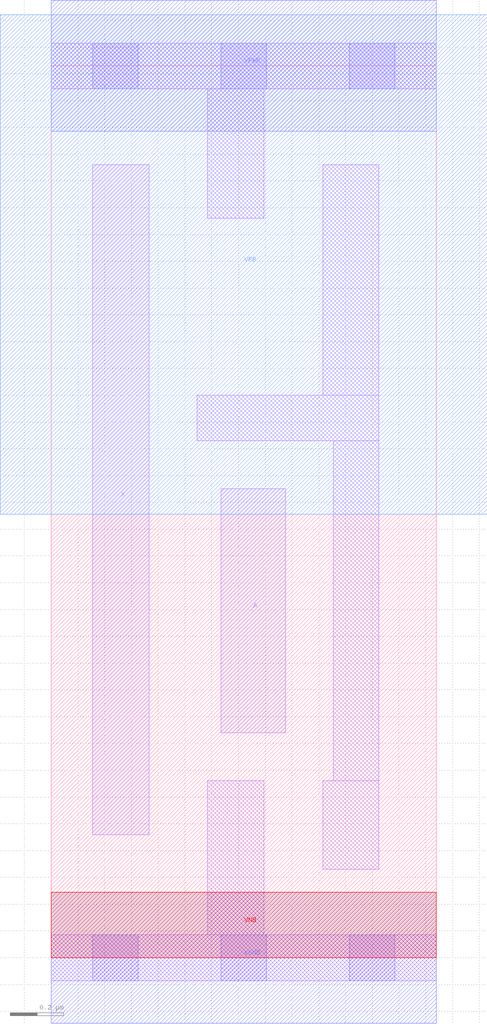
<source format=lef>
# Copyright 2020 The SkyWater PDK Authors
#
# Licensed under the Apache License, Version 2.0 (the "License");
# you may not use this file except in compliance with the License.
# You may obtain a copy of the License at
#
#     https://www.apache.org/licenses/LICENSE-2.0
#
# Unless required by applicable law or agreed to in writing, software
# distributed under the License is distributed on an "AS IS" BASIS,
# WITHOUT WARRANTIES OR CONDITIONS OF ANY KIND, either express or implied.
# See the License for the specific language governing permissions and
# limitations under the License.
#
# SPDX-License-Identifier: Apache-2.0

VERSION 5.7 ;
  NOWIREEXTENSIONATPIN ON ;
  DIVIDERCHAR "/" ;
  BUSBITCHARS "[]" ;
MACRO sky130_fd_sc_lp__buf_m
  CLASS CORE ;
  FOREIGN sky130_fd_sc_lp__buf_m ;
  ORIGIN  0.000000  0.000000 ;
  SIZE  1.440000 BY  3.330000 ;
  SYMMETRY X Y R90 ;
  SITE unit ;
  PIN A
    ANTENNAGATEAREA  0.126000 ;
    DIRECTION INPUT ;
    USE SIGNAL ;
    PORT
      LAYER li1 ;
        RECT 0.635000 0.840000 0.875000 1.750000 ;
    END
  END A
  PIN X
    ANTENNADIFFAREA  0.222600 ;
    DIRECTION OUTPUT ;
    USE SIGNAL ;
    PORT
      LAYER li1 ;
        RECT 0.155000 0.460000 0.365000 2.960000 ;
    END
  END X
  PIN VGND
    DIRECTION INOUT ;
    USE GROUND ;
    PORT
      LAYER met1 ;
        RECT 0.000000 -0.245000 1.440000 0.245000 ;
    END
  END VGND
  PIN VNB
    DIRECTION INOUT ;
    USE GROUND ;
    PORT
      LAYER pwell ;
        RECT 0.000000 0.000000 1.440000 0.245000 ;
    END
  END VNB
  PIN VPB
    DIRECTION INOUT ;
    USE POWER ;
    PORT
      LAYER nwell ;
        RECT -0.190000 1.655000 1.630000 3.520000 ;
    END
  END VPB
  PIN VPWR
    DIRECTION INOUT ;
    USE POWER ;
    PORT
      LAYER met1 ;
        RECT 0.000000 3.085000 1.440000 3.575000 ;
    END
  END VPWR
  OBS
    LAYER li1 ;
      RECT 0.000000 -0.085000 1.440000 0.085000 ;
      RECT 0.000000  3.245000 1.440000 3.415000 ;
      RECT 0.545000  1.930000 1.225000 2.100000 ;
      RECT 0.585000  0.085000 0.795000 0.660000 ;
      RECT 0.585000  2.760000 0.795000 3.245000 ;
      RECT 1.015000  0.330000 1.225000 0.660000 ;
      RECT 1.015000  2.100000 1.225000 2.960000 ;
      RECT 1.055000  0.660000 1.225000 1.930000 ;
    LAYER mcon ;
      RECT 0.155000 -0.085000 0.325000 0.085000 ;
      RECT 0.155000  3.245000 0.325000 3.415000 ;
      RECT 0.635000 -0.085000 0.805000 0.085000 ;
      RECT 0.635000  3.245000 0.805000 3.415000 ;
      RECT 1.115000 -0.085000 1.285000 0.085000 ;
      RECT 1.115000  3.245000 1.285000 3.415000 ;
  END
END sky130_fd_sc_lp__buf_m
END LIBRARY

</source>
